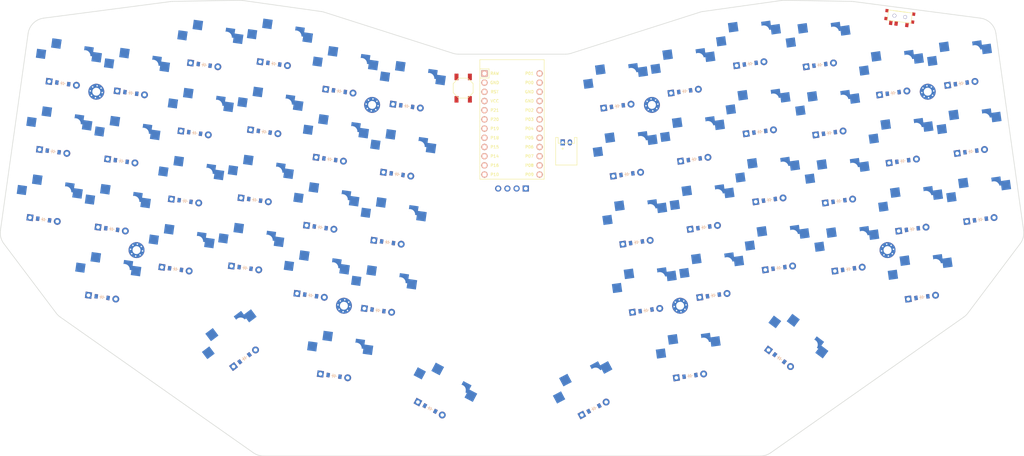
<source format=kicad_pcb>
(kicad_pcb (version 20240108) (generator "pcbnew") (generator_version "8.0")
  (title_block (title "shockboard") (rev "v1.0.0") (company "Unknown"))
  (layers (0 "F.Cu" signal) (31 "B.Cu" signal) (34 "B.Paste" user) (35 "F.Paste" user) (36 "B.SilkS" user "B.Silkscreen") (37 "F.SilkS" user "F.Silkscreen") (38 "B.Mask" user) (39 "F.Mask" user) (44 "Edge.Cuts" user))
  (net 0 "")
  (net 1 "P14")
  (net 2 "outer_home")
  (net 3 "outer_top")
  (net 4 "outer_num")
  (net 5 "P16")
  (net 6 "pinky_bottom")
  (net 7 "pinky_home")
  (net 8 "pinky_top")
  (net 9 "pinky_num")
  (net 10 "P10")
  (net 11 "ring_bottom")
  (net 12 "ring_home")
  (net 13 "ring_top")
  (net 14 "ring_num")
  (net 15 "P7")
  (net 16 "middle_bottom")
  (net 17 "middle_home")
  (net 18 "middle_top")
  (net 19 "middle_num")
  (net 20 "P8")
  (net 21 "index_bottom")
  (net 22 "index_home")
  (net 23 "index_top")
  (net 24 "index_num")
  (net 25 "P9")
  (net 26 "inner_bottom")
  (net 27 "inner_home")
  (net 28 "inner_top")
  (net 29 "inner_num")
  (net 30 "outer_thumb")
  (net 31 "middle_thumb")
  (net 32 "inner_thumb")
  (net 33 "mirror_outer_home")
  (net 34 "mirror_outer_top")
  (net 35 "mirror_outer_num")
  (net 36 "mirror_pinky_bottom")
  (net 37 "mirror_pinky_home")
  (net 38 "mirror_pinky_top")
  (net 39 "mirror_pinky_num")
  (net 40 "mirror_ring_bottom")
  (net 41 "mirror_ring_home")
  (net 42 "mirror_ring_top")
  (net 43 "mirror_ring_num")
  (net 44 "mirror_middle_bottom")
  (net 45 "mirror_middle_home")
  (net 46 "mirror_middle_top")
  (net 47 "mirror_middle_num")
  (net 48 "mirror_index_bottom")
  (net 49 "mirror_index_home")
  (net 50 "mirror_index_top")
  (net 51 "mirror_index_num")
  (net 52 "mirror_inner_bottom")
  (net 53 "mirror_inner_home")
  (net 54 "mirror_inner_top")
  (net 55 "mirror_inner_num")
  (net 56 "mirror_outer_thumb")
  (net 57 "mirror_middle_thumb")
  (net 58 "mirror_inner_thumb")
  (net 59 "P20")
  (net 60 "P19")
  (net 61 "P18")
  (net 62 "P21")
  (net 63 "P15")
  (net 64 "P0")
  (net 65 "P4")
  (net 66 "P5")
  (net 67 "P1")
  (net 68 "P6")
  (net 69 "RAW")
  (net 70 "GND")
  (net 71 "RST")
  (net 72 "VCC")
  (net 73 "P2")
  (net 74 "P3")
  (net 75 "B+")
  (footprint "E73:SPDT_C128955" (layer "F.Cu") (at 319.551282 72.345807 -7.5)
    (property "Reference" "T1" (hide yes))
    (property "Value" "" (hide yes))
  )
  (footprint "E73:SW_TACT_ALPS_SKQGABE010" (layer "F.Cu") (at 198.878271 92.18185 90)
    (property "Reference" "B1" (hide yes))
    (property "Value" "" (hide yes))
  )
  (footprint "MX" (layer "F.Cu") (at 322.362856 126.481355 8)
    (property "Reference" "S31" (hide yes))
    (property "Value" "" (hide yes))
  )
  (footprint "PG1350" (layer "F.Cu") (at 163.845163 167.053594 -8)
    (property "Reference" "S77" (hide yes))
    (property "Value" "" (hide yes))
  )
  (footprint "MX" (layer "F.Cu") (at 341.177949 123.837066 8)
    (property "Reference" "S27" (hide yes))
    (property "Value" "" (hide yes))
  )
  (footprint "ComboDiode" (layer "F.Cu") (at 82.924479 128.491326 -8)
    (property "Reference" "D1" (hide yes))
    (property "Value" "" (hide yes))
  )
  (footprint "PG1350" (layer "F.Cu") (at 144.546998 99.58622 -8)
    (property "Reference" "S66" (hide yes))
    (property "Value" "" (hide yes))
  )
  (footprint "MX" (layer "F.Cu") (at 105.037975 107.666261 -8)
    (property "Reference" "S6" (hide yes))
    (property "Value" "" (hide yes))
  )
  (footprint "MX" (layer "F.Cu") (at 259.446027 88.366756 8)
    (property "Reference" "S45" (hide yes))
    (property "Value" "" (hide yes))
  )
  (footprint "ComboDiode" (layer "F.Cu") (at 159.367824 130.651203 -8)
    (property "Reference" "D17" (hide yes))
    (property "Value" "" (hide yes))
  )
  (footprint "ComboDiode" (layer "F.Cu") (at 317.728392 93.505428 8)
    (property "Reference" "D33" (hide yes))
    (property "Value" "" (hide yes))
  )
  (footprint "PG1350" (layer "F.Cu") (at 304.730734 137.542922 8)
    (property "Reference" "S86" (hide yes))
    (property "Value" "" (hide yes))
  )
  (footprint "MX" (layer "F.Cu") (at 165.310515 88.366756 -8)
    (property "Reference" "S19" (hide yes))
    (property "Value" "" (hide yes))
  )
  (footprint "PG1350" (layer "F.Cu") (at 322.362856 126.481355 8)
    (property "Reference" "S83" (hide yes))
    (property "Value" "" (hide yes))
  )
  (footprint "PG1350" (layer "F.Cu") (at 341.177949 123.837066 8)
    (property "Reference" "S79" (hide yes))
    (property "Value" "" (hide yes))
  )
  (footprint "MX" (layer "F.Cu") (at 122.670097 118.727829 -8)
    (property "Reference" "S9" (hide yes))
    (property "Value" "" (hide yes))
  )
  (footprint "ComboDiode" (layer "F.Cu") (at 286.305488 166.840747 -37)
    (property "Reference" "D50" (hide yes))
    (property "Value" "" (hide yes))
  )
  (footprint "ComboDiode" (layer "F.Cu") (at 249.426673 153.595987 8)
    (property "Reference" "D46" (hide yes))
    (property "Value" "" (hide yes))
  )
  (footprint "PG1350" (layer "F.Cu") (at 122.670097 118.727829 -8)
    (property "Reference" "S61" (hide yes))
    (property "Value" "" (hide yes))
  )
  (footprint "ComboDiode" (layer "F.Cu") (at 177.974157 134.780894 -8)
    (property "Reference" "D21" (hide yes))
    (property "Value" "" (hide yes))
  )
  (footprint "ComboDiode" (layer "F.Cu") (at 119.371694 142.197182 -8)
    (property "Reference" "D8" (hide yes))
    (property "Value" "" (hide yes))
  )
  (footprint "PG1350" (layer "F.Cu") (at 125.314386 99.912736 -8)
    (property "Reference" "S62" (hide yes))
    (property "Value" "" (hide yes))
  )
  (footprint "PG1350" (layer "F.Cu") (at 105.037975 107.666261 -8)
    (property "Reference" "S58" (hide yes))
    (property "Value" "" (hide yes))
  )
  (footprint "MX" (layer "F.Cu") (at 175.983982 148.941727 -8)
    (property "Reference" "S20" (hide yes))
    (property "Value" "" (hide yes))
  )
  (footprint "ComboDiode" (layer "F.Cu") (at 280.863657 104.24048 8)
    (property "Reference" "D40" (hide yes))
    (property "Value" "" (hide yes))
  )
  (footprint "PG1350" (layer "F.Cu") (at 277.565255 80.771127 8)
    (property "Reference" "S93" (hide yes))
    (property "Value" "" (hide yes))
  )
  (footprint "PG1350" (layer "F.Cu") (at 141.902709 118.401314 -8)
    (property "Reference" "S65" (hide yes))
    (property "Value" "" (hide yes))
  )
  (footprint "ProMicro" (layer "F.Cu") (at 212.378271 102.098541 -90)
    (property "Reference" "MCU1" (hide yes))
    (property "Value" "" (hide yes))
  )
  (footprint "lib:OLED_headers" (layer "F.Cu") (at 206.378271 121.524541 90)
    (property "Reference" "OLED1" (hide yes))
    (property "Value" "OLED")
  )
  (footprint "PG1350" (layer "F.Cu") (at 296.797867 81.097642 8)
    (property "Reference" "S89" (hide yes))
    (property "Value" "" (hide yes))
  )
  (footprint "ComboDiode" (layer "F.Cu") (at 104.383861 112.320521 -8)
    (property "Reference" "D6" (hide yes))
    (property "Value" "" (hide yes))
  )
  (footprint "MX" (layer "F.Cu") (at 147.191287 80.771127 -8)
    (property "Reference" "S15" (hide yes))
    (property "Value" "" (hide yes))
  )
  (footprint "PG1350" (layer "F.Cu") (at 302.086445 118.727829 8)
    (property "Reference" "S87" (hide yes))
    (property "Value" "" (hide yes))
  )
  (footprint "MX" (layer "F.Cu") (at 183.916849 92.496447 -8)
    (property "Reference" "S23" (hide yes))
    (property "Value" "" (hide yes))
  )
  (footprint "MX" (layer "F.Cu") (at 163.845163 167.053594 -8)
    (property "Reference" "S25" (hide yes))
    (property "Value" "" (hide yes))
  )
  (footprint "MountingHole_2.2mm_M2_Pad_Via" (layer "F.Cu") (at 316.158963 136.946617 8)
    (property "Reference" "_8" (hide yes))
    (property "Value" "")
  )
  (footprint "ComboDiode" (layer "F.Cu") (at 127.304561 85.751902 -8)
    (property "Reference" "D11" (hide yes))
    (property "Value" "" (hide yes))
  )
  (footprint "ComboDiode" (layer "F.Cu") (at 138.604307 141.870667 -8)
    (property "Reference" "D12" (hide yes))
    (property "Value" "" (hide yes))
  )
  (footprint "MX" (layer "F.Cu") (at 338.53366 105.021972 8)
    (property "Reference" "S28" (hide yes))
    (property "Value" "" (hide yes))
  )
  (footprint "PG1350" (layer "F.Cu") (at 246.128271 130.126634 8)
    (property "Reference" "S99" (hide yes))
    (property "Value" "" (hide yes))
  )
  (footprint "ComboDiode" (layer "F.Cu") (at 163.19105 171.707853 -8)
    (property "Reference" "D25" (hide yes))
    (property "Value" "" (hide yes))
  )
  (footprint "ComboDiode" (layer "F.Cu") (at 278.219368 85.425387 8)
    (property "Reference" "D41" (hide yes))
    (property "Value" "" (hide yes))
  )
  (footprint "MX" (layer "F.Cu") (at 191.934947 176.584446 -28)
    (property "Reference" "S26" (hide yes))
    (property "Value" "" (hide yes))
  )
  (footprint "ComboDiode" (layer "F.Cu") (at 286.152235 141.870667 8)
    (property "Reference" "D38" (hide yes))
    (property "Value" "" (hide yes))
  )
  (footprint "MountingHole_2.2mm_M2_Pad_Via" (layer "F.Cu") (at 165.915363 152.323356 -8)
    (property "Reference" "_5" (hide yes))
    (property "Value" "")
  )
  (footprint "MX" (layer "F.Cu") (at 107.682264 88.851168 -8)
    (property "Reference" "S7" (hide yes))
    (property "Value" "" (hide yes))
  )
  (footprint "PG1350" (layer "F.Cu") (at 299.442156 99.912736 8)
    (property "Reference" "S88" (hide yes))
    (property "Value" "" (hide yes))
  )
  (footprint "MX" (layer "F.Cu") (at 267.378894 144.812036 8)
    (property "Reference" "S42" (hide yes))
    (property "Value" "" (hide yes))
  )
  (footprint "MX" (layer "F.Cu") (at 280.209543 99.58622 8)
    (property "Reference" "S40" (hide yes))
    (property "Value" "" (hide yes))
  )
  (footprint "MX" (layer "F.Cu") (at 277.565255 80.771127 8)
    (property "Reference" "S41" (hide yes))
    (property "Value" "" (hide yes))
  )
  (footprint "PG1350" (layer "F.Cu") (at 280.209543 99.58622 8)
    (property "Reference" "S92" (hide yes))
    (property "Value" "" (hide yes))
  )
  (footprint "PG1350" (layer "F.Cu") (at 319.718567 107.666261 8)
    (property "Reference" "S84" (hide yes))
    (property "Value" "" (hide yes))
  )
  (footprint "PG1350" (layer "F.Cu") (at 175.983982 148.941727 -8)
    (property "Reference" "S72" (hide yes))
    (property "Value" "" (hide yes))
  )
  (footprint "ComboDiode" (layer "F.Cu") (at 261.565492 171.707853 8)
    (property "Reference" "D51" (hide yes))
    (property "Value" "" (hide yes))
  )
  (footprint "PG1350" (layer "F.Cu") (at 264.734605 125.996943 8)
    (property "Reference" "S95" (hide yes))
    (property "Value" "" (hide yes))
  )
  (footprint "PG1350" (layer "F.Cu") (at 191.934947 176.584446 -28)
    (property "Reference" "S78" (hide yes))
    (property "Value" "" (hide yes))
  )
  (footprint "ComboDiode" (layer "F.Cu") (at 339.187774 109.676232 8)
    (property "Reference" "D28" (hide yes))
    (property "Value" "" (hide yes))
  )
  (footprint "ComboDiode" (layer "F.Cu") (at 305.384848 142.197182 8)
    (property "Reference" "D34" (hide yes))
    (property "Value" "" (hide yes))
  )
  (footprint "PG1350" (layer "F.Cu") (at 165.310515 88.366756 -8)
    (property "Reference" "S71" (hide yes))
    (property "Value" "" (hide yes))
  )
  (footprint "ComboDiode" (layer "F.Cu") (at 244.138096 115.9658 8)
    (property "Reference" "D48" (hide yes))
    (property "Value" "" (hide yes))
  )
  (footprint "PG1350" (layer "F.Cu") (at 86.222882 105.021972 -8)
    (property "Reference" "S54" (hide yes))
    (property "Value" "" (hide yes))
  )
  (footprint "MX" (layer "F.Cu") (at 232.821595 176.584446 28)
    (property "Reference" "S52" (hide yes))
    (property "Value" "" (hide yes))
  )
  (footprint "MX" (layer "F.Cu") (at 302.086445 118.727829 8)
    (property "Reference" "S35" (hide yes))
    (property "Value" "" (hide yes))
  )
  (footprint "PG1350" (layer "F.Cu") (at 282.853832 118.401314 8)
    (property "Reference" "S91" (hide yes))
    (property "Value" "" (hide yes))
  )
  (footprint "PG1350" (layer "F.Cu") (at 317.074278 88.851168 8)
    (property "Reference" "S85" (hide yes))
    (property "Value" "" (hide yes))
  )
  (footprint "ComboDiode" (layer "F.Cu") (at 260.10014 93.021016 8)
    (property "Reference" "D45" (hide yes))
    (property "Value" "" (hide yes))
  )
  (footprint "PG1350" (layer "F.Cu") (at 262.090316 107.18185 8)
    (property "Reference" "S96" (hide yes))
    (property "Value" "" (hide yes))
  )
  (footprint "PG1350" (layer "F.Cu") (at 248.77256 148.941727 8)
    (property "Reference" "S98" (hide yes))
    (property "Value" "" (hide yes))
  )
  (footprint "MX" (layer "F.Cu") (at 160.021937 125.996943 -8)
    (property "Reference" "S17" (hide yes))
    (property "Value" "" (hide yes))
  )
  (footprint "MX" (layer "F.Cu") (at 289.134018 163.08716 -37)
    (property "Reference" "S50" (hide yes))
    (property "Value" "" (hide yes))
  )
  (footprint "PG1350" (layer "F.Cu") (at 135.622523 163.08716 37)
    (property "Reference" "S76" (hide yes))
    (property "Value" "" (hide yes))
  )
  (footprint "PG1350" (layer "F.Cu") (at 162.666226 107.18185 -8)
    (property "Reference" "S70" (hide yes))
    (property "Value" "" (hide yes))
  )
  (footprint "MX" (layer "F.Cu") (at 319.718567 107.666261 8)
    (property "Reference" "S32" (hide yes))
    (property "Value" "" (hide yes))
  )
  (footprint "MX" (layer "F.Cu") (at 102.393686 126.481355 -8)
    (property "Reference" "S5" (hide yes))
    (property "Value" "" (hide yes))
  )
  (footprint "MX" (layer "F.Cu") (at 262.090316 107.18185 8)
    (property "Reference" "S44" (hide yes))
    (property "Value" "" (hide yes))
  )
  (footprint "MX" (layer "F.Cu") (at 260.911379 167.053594 8)
    (property "Reference" "S51" (hide yes))
    (property "Value" "" (hide yes))
  )
  (footprint "PG1350" (layer "F.Cu") (at 147.191287 80.771127 -8)
    (property "Reference" "S67" (hide yes))
    (property "Value" "" (hide yes))
  )
  (footprint "MX" (layer "F.Cu") (at 178.628271 130.126634 -8)
    (property "Reference" "S21" (hide yes))
    (property "Value" "" (hide yes))
  )
  (footprint "PG1350" (layer "F.Cu") (at 99.749397 145.296448 -8)
    (property "Reference" "S56" (hide yes))
    (property "Value" "" (hide yes))
  )
  (footprint "MX" (layer "F.Cu") (at 127.958675 81.097642 -8)
    (property "Reference" "S11" (hide yes))
    (property "Value" "" (hide yes))
  )
  (footprint "ComboDiode" (layer "F.Cu") (at 146.537174 85.425387 -8)
    (property "Reference" "D15" (hide yes))
    (property "Value" "" (hide yes))
  )
  (footprint "MountingHole_2.2mm_M2_Pad_Via" (layer "F.Cu") (at 108.597579 136.946617 -8)
    (property "Reference" "_7" (hide yes))
    (property "Value" "")
  )
  (footprint "ComboDiode" (layer "F.Cu") (at 85.568768 109.676232 -8)
    (property "Reference" "D2" (hide yes))
    (property "Value" "" (hide yes))
  )
  (footprint "MX" (layer "F.Cu") (at 135.622523 163.08716 37)
    (property "Reference" "S24" (hide yes))
    (property "Value" "" (hide yes))
  )
  (footprint "ComboDiode" (layer "F.Cu") (at 175.329868 153.595987 -8)
    (property "Reference" "D20" (hide yes))
    (property "Value" "" (hide yes))
  )
  (footprint "MX" (layer "F.Cu") (at 157.377648 144.812036 -8)
    (property "Reference" "S16" (hide yes))
    (property "Value" "" (hide yes))
  )
  (footprint "JST_PH_S2B-PH-K_02x2.00mm_Angled" (layer "F.Cu") (at 227.378271 107.18185)
    (property "Reference" "JST1" (hide yes))
    (property "Value" "" (hide yes))
  )
  (footprint "ComboDiode" (layer "F.Cu") (at 122.015983 123.382089 -8)
    (property "Reference" "D9" (hide yes))
    (property "Value" "" (hide yes))
  )
  (footprint "ComboDiode" (layer "F.Cu") (at 156.723535 149.466296 -8)
    (property "Reference" "D16" (hide yes))
    (property "Value" "" (hide yes))
  )
  (footprint "ComboDiode" (layer "F.Cu") (at 88.213057 90.861139 -8)
    (property "Reference" "D3" (hide yes))
    (property "Value" "" (hide yes))
  )
  (footprint "PG1350" (layer "F.Cu") (at 243.483982 111.311541 8)
    (property "Reference" "S100" (hide yes))
    (property "Value" "" (hide yes))
  )
  (footprint "PG1350" (layer "F.Cu") (at 267.378894 144.812036 8)
    (property "Reference" "S94" (hide yes))
    (property "Value" "" (hide yes))
  )
  (footprint "MX" (layer "F.Cu") (at 141.902709 118.401314 -8)
    (property "Reference" "S13" (hide yes))
    (property "Value" "" (hide yes))
  )
  (footprint "ComboDiode" (layer "F.Cu") (at 99.095284 149.950708 -8)
    (property "Reference" "D4" (hide yes))
    (property "Value" "" (hide yes))
  )
  (footprint "ComboDiode" (layer "F.Cu") (at 297.451981 85.751902 8)
    (property "Reference" "D37" (hide yes))
    (property "Value" "" (hide yes))
  )
  (footprint "ComboDiode" (layer "F.Cu") (at 180.618446 115.9658 -8)
    (property "Reference" "D22" (hide yes))
    (property "Value" "" (hide yes))
  )
  (footprint "PG1350" (layer "F.Cu") (at 120.025808 137.542922 -8)
    (property "Reference" "S60" (hide yes))
    (property "Value" "" (hide yes))
  )
  (footprint "ComboDiode" (layer "F.Cu") (at 124.660272 104.566995 -8)
    (property "Reference" "D10" (hide yes))
    (property "Value" "" (hide yes))
  )
  (footprint "MX" (layer "F.Cu") (at 243.483982 111.311541 8)
    (property "Reference" "S48" (hide yes))
    (property "Value" "" (hide yes))
  )
  (footprint "ComboDiode" (layer "F.Cu") (at 265.388718 130.651203 8)
    (property "Reference" "D43" (hide yes))
    (property "Value" "" (hide yes))
  )
  (footprint "PG1350" (layer "F.Cu") (at 157.377648 144.812036 -8)
    (property "Reference" "S68" (hide yes))
    (property "Value" "" (hide yes))
  )
  (footprint "MX" (layer "F.Cu") (at 304.730734 137.542922 8)
    (property "Reference" "S34" (hide yes))
    (property "Value" "" (hide yes))
  )
  (footprint "PG1350" (layer "F.Cu") (at 285.498121 137.216407 8)
    (property "Reference" "S90" (hide yes))
    (property "Value" "" (hide yes))
  )
  (footprint "ComboDiode" (layer "F.Cu") (at 336.543485 90.861139 8)
    (property "Reference" "D29" (hide yes))
    (property "Value" "" (hide yes))
  )
  (footprint "ComboDiode" (layer "F.Cu") (at 241.493807 97.150707 8)
    (property "Reference" "D49" (hide yes))
    (property "Value" "" (hide yes))
  )
  (footprint "ComboDiode" (layer "F.Cu") (at 183.262735 97.150707 -8)
    (property "Reference" "D23" (hide yes))
    (property "Value" "" (hide yes))
  )
  (footprint "PG1350" (layer "F.Cu") (at 127.958675 81.097642 -8)
    (property "Reference" "S63" (hide yes))
    (property "Value" "" (hide yes))
  )
  (footprint "MX" (layer "F.Cu") (at 248.77256 148.941727 8)
    (property "Reference" "S46" (hide yes))
    (property "Value" "" (hide yes))
  )
  (footprint "MountingHole_2.2mm_M2_Pad_Via" (layer "F.Cu") (at 258.841179 152.323356 8)
    (property "Reference" "_6" (hide yes))
    (property "Value" "")
  )
  (footprint "MX" (layer "F.Cu") (at 335.889371 86.206879 8)
    (property "Reference" "S29" (hide yes))
    (property "Value" "" (hide yes))
  )
  (footprint "PG1350" (layer "F.Cu") (at 83.578593 123.837066 -8)
    (property "Reference" "S53" (hide yes))
    (property "Value" "" (hide yes))
  )
  (footprint "MX" (layer "F.Cu") (at 325.007145 145.296448 8)
    (property "Reference" "S30" (hide yes))
    (property "Value" "" (hide yes))
  )
  (footprint "ComboDiode" (layer "F.Cu") (at 141.248596 123.055574 -8)
    (property "Reference" "D13" (hide yes))
    (property "Value" "" (hide yes))
  )
  (footprint "ComboDiode" (layer "F.Cu") (at 262.744429 111.836109 8)
    (property "Reference" "D44" (hide yes))
    (property "Value" "" (hide yes))
  )
  (footprint "MX" (layer "F.Cu") (at 120.025808 137.542922 -8)
    (property "Reference" "S8" (hide yes))
    (property "Value" "" (hide yes))
  )
  (footprint "ComboDiode" (layer "F.Cu") (at 101.739572 131.135615 -8)
    (property "Reference" "D5" (hide yes))
    (property "Value" "" (hide yes))
  )
  (footprint "MX" (layer "F.Cu") (at 125.314386 99.912736 -8)
    (property "Reference" "S10" (hide yes))
    (property "Value" "" (hide yes))
  )
  (footprint "PG1350" (layer "F.Cu") (at 178.628271 130.126634 -8)
    (property "Reference" "S73" (hide yes))
    (property "Value" "" (hide yes))
  )
  (footprint "ComboDiode" (layer "F.Cu") (at 164.656402 93.021016 -8)
    (property "Reference" "D19" (hide yes))
    (property "Value" "" (hide yes))
  )
  (footprint "MX" (layer "F.Cu") (at 296.797867 81.097642 8)
    (property "Reference" "S37" (hide yes))
    (property "Value" "" (hide yes))
  )
  (footprint "ComboDiode" (layer "F.Cu") (at 323.016969 131.135615 8)
    (property "Reference" "D31" (hide yes))
    (property "Value" "" (hide yes))
  )
  (footprint "MountingHole_2.2mm_M2_Pad_Via" (layer "F.Cu") (at 97.481431 93.173552 -8)
    (property "Reference" "_3" (hide yes))
    (property "Value" "")
  )
  (footprint "MX" (layer "F.Cu") (at 88.867171 86.206879 -8)
    (property "Reference" "S3" (hide yes))
    (property "Value" "" (hide yes))
  )
  (footprint "MX" (layer "F.Cu") (at 139.258421 137.216407 -8)
    (property "Reference" "S12" (hide yes))
    (property "Value" "" (hide yes))
  )
  (footprint "PG1350" (layer "F.Cu") (at 260.911379 167.053594 8)
    (property "Reference" "S103" (hide yes))
    (property "Value" "" (hide yes))
  )
  (footprint "MX" (layer "F.Cu") (at 246.128271 130.126634 8)
    (property "Reference" "S47" (hide yes))
    (property "Value" "" (hide yes))
  )
  (footprint "PG1350" (layer "F.Cu") (at 240.839693 92.496447 8)
    (property "Reference" "S101" (hide yes))
    (property "Value" "" (hide yes))
  )
  (footprint "ComboDiode" (layer "F.Cu") (at 300.09627 104.566995 8)
    (property "Reference" "D36" (hide yes))
    (property "Value" "" (hide yes))
  )
  (footprint "MX" (layer "F.Cu") (at 99.749397 145.296448 -8)
    (property "Reference" "S4" (hide yes))
    (property "Value" "" (hide yes))
  )
  (footprint "PG1350" (layer "F.Cu") (at 289.134018 163.08716 -37)
    (property "Reference" "S102" (hide yes))
    (property "Value" "" (hide yes))
  )
  (footprint "MountingHole_2.2mm_M2_Pad_Via" (layer "F.Cu") (at 173.716015 96.818831 -8)
    (property "Reference" "_1" (hide yes))
    (property "Value" "")
  )
  (footprint "ComboDiode" (layer "F.Cu") (at 341.832063 128.491326 8)
    (property "Reference" "D27" (hide yes))
    (property "Value" "" (hide yes))
  )
  (footprint "MX" (layer "F.Cu") (at 181.27256 111.311541 -8)
    (property "Reference" "S22" (hide yes))
    (property "Value" "" (hide yes))
  )
  (footprint "PG1350" (layer "F.Cu") (at 259.446027 88.366756 8)
    (property "Reference" "S97" (hide yes))
    (property "Value" "" (hide yes))
  )
  (footprint "MountingHole_2.2mm_M2_Pad_Via" (layer "F.Cu") (at 327.275111 93.173552 8)
    (property "Reference" "_4" (hide yes))
    (property "Value" "")
  )
  (footprint "ComboDiode" (layer "F.Cu") (at 283.507946 123.055574 8)
    (property "Reference" "D39" (hide yes))
    (property "Value" "" (hide yes))
  )
  (footprint "ComboDiode" (layer "F.Cu") (at 320.372681 112.320521 8)
    (property "Reference" "D32" (hide yes))
    (property "Value" "" (hide yes))
  )
  (footprint "ComboDiode" (layer "F.Cu") (at 162.012113 111.836109 -8)
    (property "Reference" "D18" (hide yes))
    (property "Value" "" (hide yes))
  )
  (footprint "ComboDiode" (layer "F.Cu") (at 246.782384 134.780894 8)
    (property "Reference" "D47" (hide yes))
    (property "Value" "" (hide yes))
  )
  (footprint "PG1350" (layer "F.Cu") (at 102.393686 126.481355 -8)
    (property "Reference" "S57" (hide yes))
    (property "Value" "" (hide yes))
  )
  (footprint "ComboDiode" (layer "F.Cu") (at 302.740559 123.382089 8)
    (property "Reference" "D35" (hide yes))
    (property "Value" "" (hide yes))
  )
  (footprint "PG1350" (layer "F.Cu") (at 181.27256 111.311541 -8)
    (property "Reference" "S74" (hide yes))
    (property "Value" "" (hide yes))
  )
  (footprint "MX" (layer "F.Cu") (at 285.498121 137.216407 8)
    (property "Reference" "S38" (hide yes))
    (property "Value" "" (hide yes))
  )
  (footprint "PG1350" (layer "F.Cu") (at 325.007145 145.296448 8)
    (property "Reference" "S82" (hide yes))
    (property "Value" "" (hide yes))
  )
  (footprint "PG1350" (layer "F.Cu") (at 335.889371 86.206879 8)
    (property "Reference" "S81" (hide yes))
    (property "Value" "" (hide yes))
  )
  (footprint "ComboDiode" (layer "F.Cu") (at 325.661258 149.950708 8)
    (property "Reference" "D30" (hide yes))
    (property "Value" "" (hide yes))
  )
  (footprint "MX" (layer "F.Cu") (at 144.546998 99.58622 -8)
    (property "Reference" "S14" (hide yes))
    (property "Value" "" (hide yes))
  )
  (footprint "ComboDiode" (layer "F.Cu") (at 235.028111 180.7343 28)
    (property "Reference" "D52" (hide yes))
    (property "Value" "" (hide yes))
  )
  (footprint "MX" (layer "F.Cu") (at 162.666226 107.18185 -8)
    (property "Reference" "S18" (hide yes))
    (property "Value" "" (hide yes))
  )
  (footprint "MX" (layer "F.Cu") (at 240.839693 92.496447 8)
    (property "Reference" "S49" (hide yes))
    (property "Value" "" (hide yes))
  )
  (footprint "MX" (layer "F.Cu") (at 264.734605 125.996943 8)
    (property "Reference" "S43" (hide yes))
    (property "Value" "" (hide yes))
  )
  (footprint "MountingHole_2.2mm_M2_Pad_Via" (layer "F.Cu") (at 251.040526 96.818831 8)
    (property "Reference" "_2" (hide yes))
    (property "Value" "")
  )
  (footprint "MX" (layer "F.Cu") (at 299.442156 99.912736 8)
    (property "Reference" "S36" (hide yes))
    (property "Value" "" (hide yes))
  )
  (footprint "PG1350" (layer "F.Cu") (at 160.021937 125.996943 -8)
    (property "Reference" "S69" (hide yes))
    (property "Value" "" (hide yes))
  )
  (footprint "MX" (layer "F.Cu") (at 83.578593 123.837066 -8)
    (property "Reference" "S1" (hide yes))
    (property "Value" "" (hide yes))
  )
  (footprint "PG1350" (layer "F.Cu") (at 107.682264 88.851168 -8)
    (property "Reference" "S59" (hide yes))
    (property "Value" "" (hide yes))
  )
  (footprint "PG1350" (layer "F.Cu") (at 139.258421 137.216407 -8)
    (property "Reference" "S64" (hide yes))
    (property "Value" "" (hide yes))
  )
  (footprint "MX" (layer "F.Cu") (at 317.074278 88.851168 8)
    (property "Reference" "S33" (hide yes))
    (property "Value" "" (hide yes))
  )
  (footprint "PG1350" (layer "F.Cu") (at 232.821595 176.584446 28)
    (property "Reference" "S104" (hide yes))
    (property "Value" "" (hide yes))
  )
  (footprint "PG1350" (layer "F.Cu") (at 183.916849 92.496447 -8)
    (property "Reference" "S75" (hide yes))
    (property "Value" "" (hide yes))
  )
  (footprint "PG1350" (layer "F.Cu") (at 88.867171 86.206879 -8)
    (property "Reference" "S55" (hide yes))
    (property "Value" "" (hide yes))
  )
  (footprint "MX" (layer "F.Cu") (at 86.222882 105.021972 -8)
    (property "Reference" "S2" (hide yes))
    (property "Value" "" (hide yes))
  )
  (footprint "ComboDiode" (layer "F.Cu") (at 143.892885 104.24048 -8)
    (property "Reference" "D14" (hide yes))
    (property "Value" "" (hide yes))
  )
  (footprint "MX" (layer "F.Cu") (at 282.853832 118.401314 8)
    (property "Reference" "S39" (hide yes))
    (property "Value" "" (hide yes))
  )
  (footprint "ComboDiode" (layer "F.Cu") (at 268.033007 149.466296 8)
    (property "Reference" "D42" (hide yes))
    (property "Value" "" (hide yes))
  )
  (footprint "PG1350" (layer "F.Cu") (at 338.53366 105.021972 8)
    (property "Reference" "S80" (hide yes))
    (property "Value" "" (hide yes))
  )
  (footprint "ComboDiode" (layer "F.Cu") (at 138.451054 166.840747 37)
    (property "Reference" "D24" (hide yes))
    (property "Value" "" (hide yes))
  )
  (footprint "ComboDiode" (layer "F.Cu") (at 189.728431 180.7343 -28)
    (property "Reference" "D26" (hide yes))
    (property "Value" "" (hide yes))
  )
  (footprint "ComboDiode" (layer "F.Cu") (at 107.02815 93.505428 -8)
    (property "Reference" "D7" (hide yes))
    (property "Value" "" (hide yes))
  )
  (gr_arc (start 353.765342 131.488635) (mid 353.65474 133.436401) (end 352.807179 135.193576) (stroke (width 0.15)) (layer "Edge.Cuts"))
  (gr_line (start 86.399925 154.37012) (end 71.949363 135.193576) (stroke (width 0.15)) (layer "Edge.Cuts"))
  (gr_arc (start 71.949363 135.193577) (mid 71.101802 133.436402) (end 70.9912 131.488636) (stroke (width 0.15)) (layer "Edge.Cuts"))
  (gr_arc (start 283.897925 192.943056) (mid 282.530526 193.619655) (end 281.02275 193.852412) (stroke (width 0.15)) (layer "Edge.Cuts"))
  (gr_arc (start 78.635025 77.099999) (mid 80.067955 74.243289) (end 82.938379 72.838031) (stroke (width 0.15)) (layer "Edge.Cuts"))
  (gr_line (start 160.471352 71.197768) (end 196.050566 82.557095) (stroke (width 0.15)) (layer "Edge.Cuts"))
  (gr_line (start 352.807179 135.193576) (end 338.356617 154.37012) (stroke (width 0.15)) (layer "Edge.Cuts"))
  (gr_line (start 337.238615 155.451688) (end 283.897925 192.943056) (stroke (width 0.15)) (layer "Edge.Cuts"))
  (gr_line (start 287.659987 67.902157) (end 306.217622 68.217213) (stroke (width 0.15)) (layer "Edge.Cuts"))
  (gr_arc (start 197.571284 82.793964) (mid 196.801757 82.734392) (end 196.050566 82.557095) (stroke (width 0.15)) (layer "Edge.Cuts"))
  (gr_line (start 265.110042 71.009559) (end 286.879248 67.950096) (stroke (width 0.15)) (layer "Edge.Cuts"))
  (gr_line (start 82.938379 72.838031) (end 117.975808 68.258659) (stroke (width 0.15)) (layer "Edge.Cuts"))
  (gr_arc (start 286.879248 67.950096) (mid 287.268679 67.910835) (end 287.659987 67.902157) (stroke (width 0.15)) (layer "Edge.Cuts"))
  (gr_arc (start 228.705975 82.557096) (mid 227.954784 82.734393) (end 227.185257 82.793965) (stroke (width 0.15)) (layer "Edge.Cuts"))
  (gr_line (start 197.571285 82.793965) (end 227.185257 82.793965) (stroke (width 0.15)) (layer "Edge.Cuts"))
  (gr_line (start 281.02275 193.852412) (end 143.733792 193.852412) (stroke (width 0.15)) (layer "Edge.Cuts"))
  (gr_line (start 228.705976 82.557095) (end 264.285189 71.197768) (stroke (width 0.15)) (layer "Edge.Cuts"))
  (gr_arc (start 117.975807 68.258659) (mid 118.256778 68.229981) (end 118.53892 68.217213) (stroke (width 0.15)) (layer "Edge.Cuts"))
  (gr_line (start 118.53892 68.217213) (end 137.096555 67.902157) (stroke (width 0.15)) (layer "Edge.Cuts"))
  (gr_line (start 140.858616 192.943056) (end 87.517927 155.451688) (stroke (width 0.15)) (layer "Edge.Cuts"))
  (gr_arc (start 137.096555 67.902157) (mid 137.487863 67.910836) (end 137.877294 67.950096) (stroke (width 0.15)) (layer "Edge.Cuts"))
  (gr_arc (start 264.285189 71.197769) (mid 264.693627 71.086186) (end 265.110042 71.009559) (stroke (width 0.15)) (layer "Edge.Cuts"))
  (gr_arc (start 306.217621 68.217213) (mid 306.499763 68.229981) (end 306.780734 68.258659) (stroke (width 0.15)) (layer "Edge.Cuts"))
  (gr_line (start 70.9912 131.488636) (end 78.635025 77.099999) (stroke (width 0.15)) (layer "Edge.Cuts"))
  (gr_arc (start 143.733792 193.852413) (mid 142.226015 193.619656) (end 140.858616 192.943056) (stroke (width 0.15)) (layer "Edge.Cuts"))
  (gr_line (start 346.121517 77.099999) (end 353.765341 131.488636) (stroke (width 0.15)) (layer "Edge.Cuts"))
  (gr_arc (start 338.356617 154.370119) (mid 337.839934 154.954647) (end 337.238615 155.451688) (stroke (width 0.15)) (layer "Edge.Cuts"))
  (gr_line (start 137.877294 67.950096) (end 159.646499 71.009559) (stroke (width 0.15)) (layer "Edge.Cuts"))
  (gr_line (start 306.780734 68.258659) (end 341.818163 72.838031) (stroke (width 0.15)) (layer "Edge.Cuts"))
  (gr_arc (start 159.646499 71.009559) (mid 160.062913 71.086186) (end 160.471352 71.197768) (stroke (width 0.15)) (layer "Edge.Cuts"))
  (gr_arc (start 87.517927 155.451689) (mid 86.916608 154.954648) (end 86.399925 154.37012) (stroke (width 0.15)) (layer "Edge.Cuts"))
  (gr_arc (start 341.818163 72.838031) (mid 344.688586 74.243289) (end 346.121517 77.099999) (stroke (width 0.15)) (layer "Edge.Cuts"))
)
</source>
